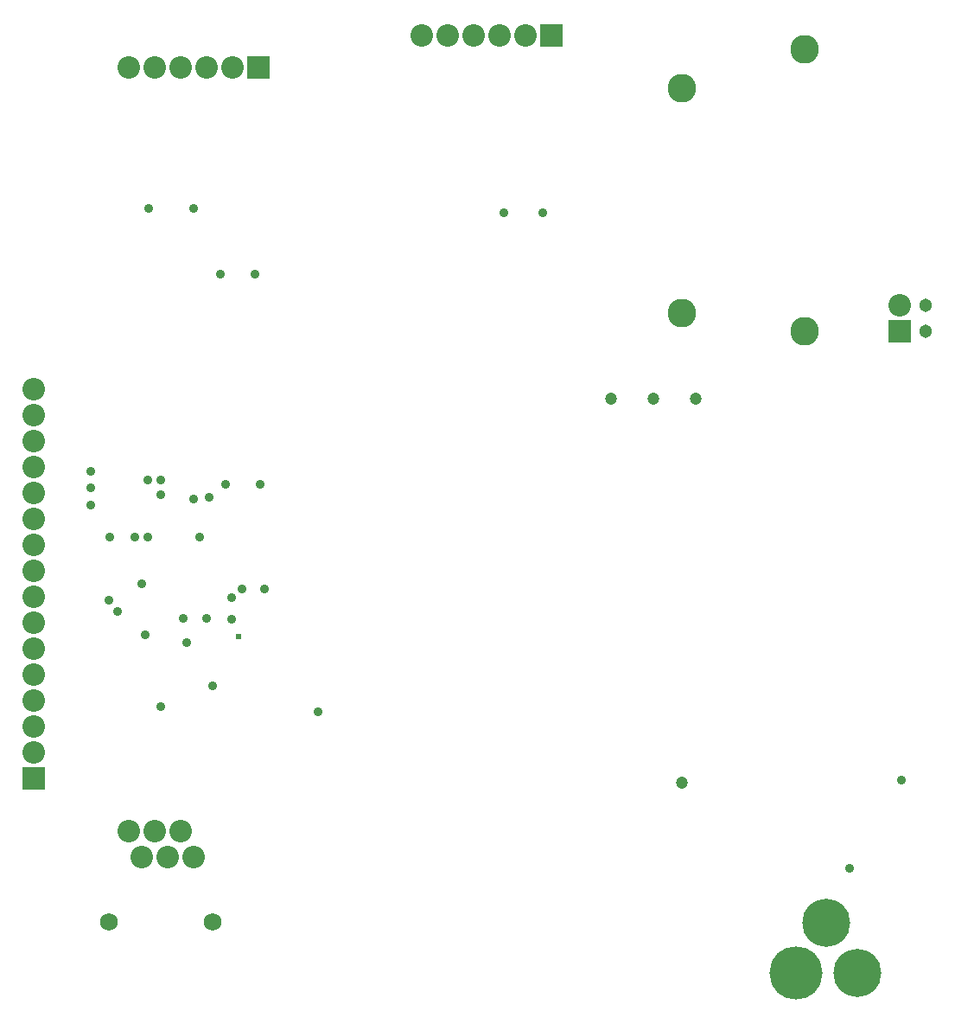
<source format=gbs>
%FSLAX44Y44*%
%MOMM*%
G71*
G01*
G75*
G04 Layer_Color=16711935*
%ADD10R,1.1000X1.0000*%
%ADD11R,1.2500X1.1000*%
%ADD12R,1.0000X1.1000*%
%ADD13R,0.6000X0.7000*%
%ADD14O,0.6000X2.0000*%
%ADD15R,0.6000X2.0000*%
%ADD16R,1.6800X1.5200*%
%ADD17R,0.7000X0.6000*%
%ADD18O,0.5100X1.2700*%
%ADD19R,0.5100X1.2700*%
%ADD20R,1.7800X3.5600*%
%ADD21R,1.1000X1.1000*%
%ADD22R,0.6000X1.1000*%
%ADD23O,0.6000X1.1000*%
%ADD24C,0.5000*%
%ADD25C,0.2540*%
%ADD26C,0.2000*%
%ADD27C,0.3000*%
%ADD28C,0.6000*%
%ADD29C,1.0000*%
%ADD30C,1.5000*%
%ADD31C,2.0000*%
%ADD32C,2.6000*%
%ADD33R,2.0000X2.0000*%
%ADD34C,2.0000*%
%ADD35C,1.1000*%
%ADD36C,1.5240*%
%ADD37R,2.0000X2.0000*%
%ADD38C,4.5000*%
%ADD39C,5.0000*%
%ADD40C,0.4000*%
%ADD41C,0.7000*%
%ADD42C,1.0000*%
%ADD43C,0.1000*%
%ADD44R,1.3032X1.2032*%
%ADD45R,1.4532X1.3032*%
%ADD46R,1.2032X1.3032*%
%ADD47R,0.8032X0.9032*%
%ADD48O,0.8032X2.2032*%
%ADD49R,0.8032X2.2032*%
%ADD50R,1.8832X1.7232*%
%ADD51R,0.9032X0.8032*%
%ADD52O,0.7132X1.4732*%
%ADD53R,0.7132X1.4732*%
%ADD54R,1.9832X3.7632*%
%ADD55R,1.3032X1.3032*%
%ADD56R,0.8032X1.3032*%
%ADD57O,0.8032X1.3032*%
%ADD58C,2.8032*%
%ADD59R,2.2032X2.2032*%
%ADD60C,2.2032*%
%ADD61C,1.3032*%
%ADD62C,1.7272*%
%ADD63R,2.2032X2.2032*%
%ADD64C,4.7032*%
%ADD65C,5.2032*%
%ADD66C,0.6032*%
%ADD67C,0.9032*%
%ADD68C,1.2032*%
D58*
X802000Y657335D02*
D03*
Y933335D02*
D03*
X682000Y895335D02*
D03*
Y675335D02*
D03*
D59*
X895070Y657352D02*
D03*
X46990Y219710D02*
D03*
D60*
X895070Y682752D02*
D03*
X139700Y167640D02*
D03*
X152400Y142240D02*
D03*
X177800D02*
D03*
X165100Y167640D02*
D03*
X190500D02*
D03*
X203200Y142240D02*
D03*
X426500Y946670D02*
D03*
X451900D02*
D03*
X477300D02*
D03*
X502700D02*
D03*
X528100D02*
D03*
X46990Y245110D02*
D03*
Y270510D02*
D03*
Y295910D02*
D03*
Y321310D02*
D03*
Y346710D02*
D03*
Y372110D02*
D03*
Y397510D02*
D03*
Y422910D02*
D03*
Y448310D02*
D03*
Y473710D02*
D03*
Y499110D02*
D03*
Y524510D02*
D03*
Y549910D02*
D03*
Y575310D02*
D03*
Y600710D02*
D03*
X241300Y915670D02*
D03*
X215900D02*
D03*
X190500D02*
D03*
X165100D02*
D03*
X139700D02*
D03*
D61*
X920470Y682752D02*
D03*
Y657352D02*
D03*
D62*
X120700Y78640D02*
D03*
X222300D02*
D03*
D63*
X553500Y946670D02*
D03*
X266700Y915670D02*
D03*
D64*
X853613Y29017D02*
D03*
X823113Y78017D02*
D03*
D65*
X793613Y29017D02*
D03*
D66*
X247500Y358824D02*
D03*
D67*
X171450Y289480D02*
D03*
X102250Y503714D02*
D03*
Y520500D02*
D03*
Y486928D02*
D03*
X152480Y410288D02*
D03*
X845889Y131797D02*
D03*
X896351Y217967D02*
D03*
X156000Y360000D02*
D03*
X129000Y383000D02*
D03*
X120650Y394000D02*
D03*
X121000Y456000D02*
D03*
X229405Y713338D02*
D03*
X263391D02*
D03*
X325330Y284646D02*
D03*
X240665Y396240D02*
D03*
X159684Y777510D02*
D03*
X203517D02*
D03*
X545552Y773002D02*
D03*
X506912D02*
D03*
X222163Y310000D02*
D03*
X250750Y405000D02*
D03*
X234315Y507250D02*
D03*
X268605D02*
D03*
X171450Y497536D02*
D03*
X218226Y494879D02*
D03*
X203200Y492760D02*
D03*
X171450Y511810D02*
D03*
X209550Y455930D02*
D03*
X146050D02*
D03*
X215900Y375920D02*
D03*
X158750Y455930D02*
D03*
Y511810D02*
D03*
X193040Y375920D02*
D03*
X240665Y375285D02*
D03*
X196850Y352350D02*
D03*
X273050Y405130D02*
D03*
D68*
X612500Y591000D02*
D03*
X654000D02*
D03*
X695500D02*
D03*
X682000Y215000D02*
D03*
M02*

</source>
